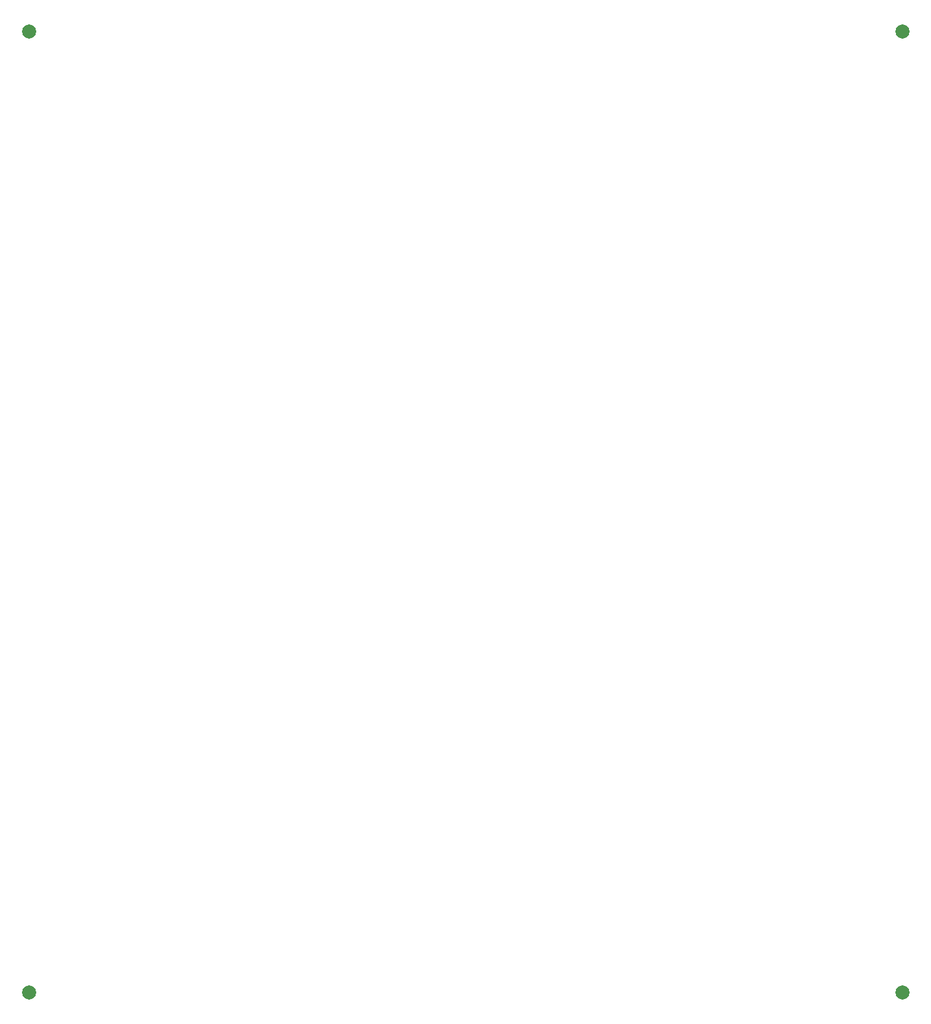
<source format=gbr>
%TF.GenerationSoftware,KiCad,Pcbnew,8.0.3*%
%TF.CreationDate,2024-07-17T13:05:35-05:00*%
%TF.ProjectId,LLTB_Panel,4c4c5442-5f50-4616-9e65-6c2e6b696361,rev?*%
%TF.SameCoordinates,Original*%
%TF.FileFunction,Copper,L1,Top*%
%TF.FilePolarity,Positive*%
%FSLAX46Y46*%
G04 Gerber Fmt 4.6, Leading zero omitted, Abs format (unit mm)*
G04 Created by KiCad (PCBNEW 8.0.3) date 2024-07-17 13:05:35*
%MOMM*%
%LPD*%
G01*
G04 APERTURE LIST*
%TA.AperFunction,SMDPad,CuDef*%
%ADD10C,2.000000*%
%TD*%
G04 APERTURE END LIST*
D10*
%TO.P,KiKit_FID_T_1,*%
%TO.N,*%
X86295551Y-22500000D03*
%TD*%
%TO.P,KiKit_FID_T_3,*%
%TO.N,*%
X86295551Y-159375246D03*
%TD*%
%TO.P,KiKit_FID_T_4,*%
%TO.N,*%
X210704449Y-159375246D03*
%TD*%
%TO.P,KiKit_FID_T_2,*%
%TO.N,*%
X210704449Y-22500000D03*
%TD*%
M02*

</source>
